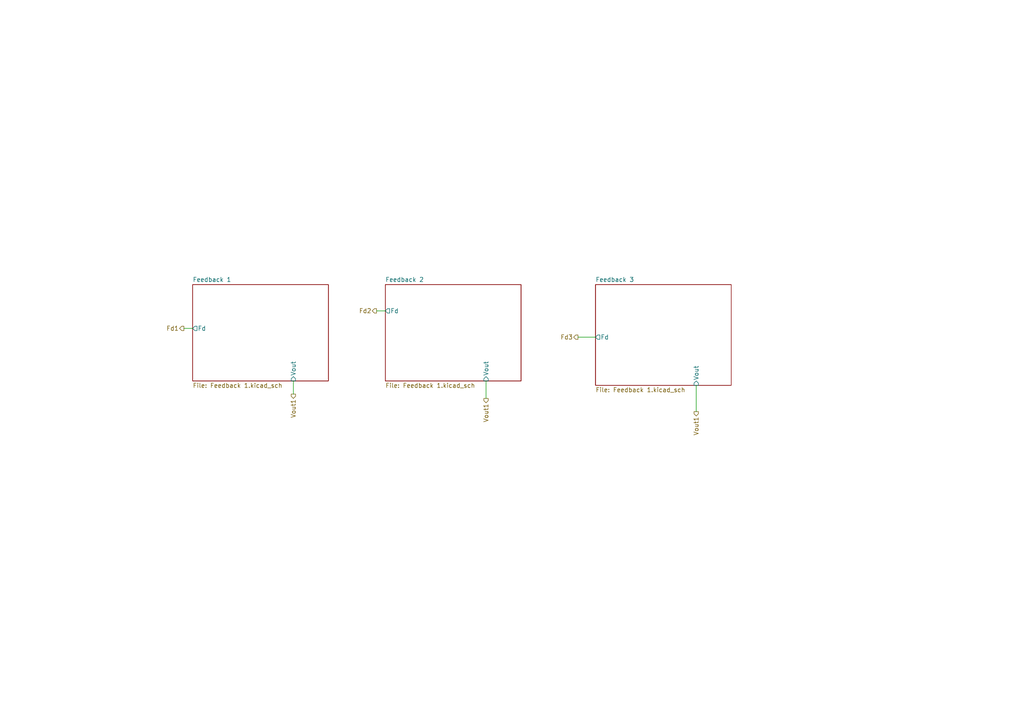
<source format=kicad_sch>
(kicad_sch
	(version 20250114)
	(generator "eeschema")
	(generator_version "9.0")
	(uuid "a28e5449-b263-4c02-9d33-0dc2fb9864b1")
	(paper "A4")
	(lib_symbols)
	(wire
		(pts
			(xy 109.22 90.17) (xy 111.76 90.17)
		)
		(stroke
			(width 0)
			(type default)
		)
		(uuid "263b9bb4-72de-44e0-8d1a-5bd337b35c92")
	)
	(wire
		(pts
			(xy 140.97 115.57) (xy 140.97 110.49)
		)
		(stroke
			(width 0)
			(type default)
		)
		(uuid "4b052985-99f5-457f-9411-cf5e8e0670fe")
	)
	(wire
		(pts
			(xy 53.34 95.25) (xy 55.88 95.25)
		)
		(stroke
			(width 0)
			(type default)
		)
		(uuid "53242f31-ab03-485c-a55c-23f45a0ffbd4")
	)
	(wire
		(pts
			(xy 85.09 114.3) (xy 85.09 110.49)
		)
		(stroke
			(width 0)
			(type default)
		)
		(uuid "566b492f-1032-4365-ad95-f7b5c6dd8cd0")
	)
	(wire
		(pts
			(xy 201.93 119.38) (xy 201.93 111.76)
		)
		(stroke
			(width 0)
			(type default)
		)
		(uuid "a72613c4-9560-4f10-a4ba-37f8b1e55efd")
	)
	(wire
		(pts
			(xy 167.64 97.79) (xy 172.72 97.79)
		)
		(stroke
			(width 0)
			(type default)
		)
		(uuid "c2c77eda-6f38-4178-b4bb-969b016b1309")
	)
	(hierarchical_label "Fd1"
		(shape output)
		(at 53.34 95.25 180)
		(effects
			(font
				(size 1.27 1.27)
			)
			(justify right)
		)
		(uuid "07cdf058-f360-4a89-877c-088e84652f86")
	)
	(hierarchical_label "Vout1"
		(shape output)
		(at 201.93 119.38 270)
		(effects
			(font
				(size 1.27 1.27)
			)
			(justify right)
		)
		(uuid "24e92b39-5e9f-4337-b3a8-6bcadf4fdea1")
	)
	(hierarchical_label "Fd3"
		(shape output)
		(at 167.64 97.79 180)
		(effects
			(font
				(size 1.27 1.27)
			)
			(justify right)
		)
		(uuid "5c2f9dd3-65a0-43d8-bcaa-d496a263380c")
	)
	(hierarchical_label "Fd2"
		(shape output)
		(at 109.22 90.17 180)
		(effects
			(font
				(size 1.27 1.27)
			)
			(justify right)
		)
		(uuid "80278464-6ef7-4c2d-94e8-0c5b4bf7d9c0")
	)
	(hierarchical_label "Vout1"
		(shape output)
		(at 140.97 115.57 270)
		(effects
			(font
				(size 1.27 1.27)
			)
			(justify right)
		)
		(uuid "94497420-74e6-4d50-a8f5-7d1d335b9e4a")
	)
	(hierarchical_label "Vout1"
		(shape output)
		(at 85.09 114.3 270)
		(effects
			(font
				(size 1.27 1.27)
			)
			(justify right)
		)
		(uuid "b1eba1c7-acd6-430a-bec2-4f7d68a40197")
	)
	(sheet
		(at 111.76 82.55)
		(size 39.37 27.94)
		(exclude_from_sim no)
		(in_bom yes)
		(on_board yes)
		(dnp no)
		(fields_autoplaced yes)
		(stroke
			(width 0.1524)
			(type solid)
		)
		(fill
			(color 0 0 0 0.0000)
		)
		(uuid "5f772e2d-74a6-4d1a-bb3e-e78ba2cd9542")
		(property "Sheetname" "Feedback 2"
			(at 111.76 81.8384 0)
			(effects
				(font
					(size 1.27 1.27)
				)
				(justify left bottom)
			)
		)
		(property "Sheetfile" "Feedback 1.kicad_sch"
			(at 111.76 111.0746 0)
			(effects
				(font
					(size 1.27 1.27)
				)
				(justify left top)
			)
		)
		(pin "Fd" output
			(at 111.76 90.17 180)
			(uuid "c7cb633f-f92c-4fe5-8147-63489df6c3ba")
			(effects
				(font
					(size 1.27 1.27)
				)
				(justify left)
			)
		)
		(pin "Vout" input
			(at 140.97 110.49 270)
			(uuid "ed9a9acb-6bb2-4f9c-ad87-d2517479275b")
			(effects
				(font
					(size 1.27 1.27)
				)
				(justify left)
			)
		)
		(instances
			(project "ampli jfe150 searchcoil"
				(path "/58dfe8f7-c08c-4b56-a3ea-b9cba32d76e9/22c81d20-635b-4ffa-afed-50aadf48a7c6"
					(page "7")
				)
			)
		)
	)
	(sheet
		(at 55.88 82.55)
		(size 39.37 27.94)
		(exclude_from_sim no)
		(in_bom yes)
		(on_board yes)
		(dnp no)
		(fields_autoplaced yes)
		(stroke
			(width 0.1524)
			(type solid)
		)
		(fill
			(color 0 0 0 0.0000)
		)
		(uuid "70087a26-1fc8-4f71-8ed2-d9f02039047d")
		(property "Sheetname" "Feedback 1"
			(at 55.88 81.8384 0)
			(effects
				(font
					(size 1.27 1.27)
				)
				(justify left bottom)
			)
		)
		(property "Sheetfile" "Feedback 1.kicad_sch"
			(at 55.88 111.0746 0)
			(effects
				(font
					(size 1.27 1.27)
				)
				(justify left top)
			)
		)
		(pin "Fd" output
			(at 55.88 95.25 180)
			(uuid "0836a447-38c7-44fe-ac09-d329ef8cc012")
			(effects
				(font
					(size 1.27 1.27)
				)
				(justify left)
			)
		)
		(pin "Vout" input
			(at 85.09 110.49 270)
			(uuid "a97eeaba-9e6b-415b-9a87-a5e8eaddc847")
			(effects
				(font
					(size 1.27 1.27)
				)
				(justify left)
			)
		)
		(instances
			(project "ampli jfe150 searchcoil"
				(path "/58dfe8f7-c08c-4b56-a3ea-b9cba32d76e9/22c81d20-635b-4ffa-afed-50aadf48a7c6"
					(page "5")
				)
			)
		)
	)
	(sheet
		(at 172.72 82.55)
		(size 39.37 29.21)
		(exclude_from_sim no)
		(in_bom yes)
		(on_board yes)
		(dnp no)
		(fields_autoplaced yes)
		(stroke
			(width 0.1524)
			(type solid)
		)
		(fill
			(color 0 0 0 0.0000)
		)
		(uuid "79f22b5a-e9b6-4d23-a7df-ca631f3b2da2")
		(property "Sheetname" "Feedback 3"
			(at 172.72 81.8384 0)
			(effects
				(font
					(size 1.27 1.27)
				)
				(justify left bottom)
			)
		)
		(property "Sheetfile" "Feedback 1.kicad_sch"
			(at 172.72 112.3446 0)
			(effects
				(font
					(size 1.27 1.27)
				)
				(justify left top)
			)
		)
		(pin "Fd" output
			(at 172.72 97.79 180)
			(uuid "93f7caed-c3d0-4b34-a0b2-b21e081550be")
			(effects
				(font
					(size 1.27 1.27)
				)
				(justify left)
			)
		)
		(pin "Vout" input
			(at 201.93 111.76 270)
			(uuid "af9b9f66-4a29-43b1-8edf-4ddd7c298c7a")
			(effects
				(font
					(size 1.27 1.27)
				)
				(justify left)
			)
		)
		(instances
			(project "ampli jfe150 searchcoil"
				(path "/58dfe8f7-c08c-4b56-a3ea-b9cba32d76e9/22c81d20-635b-4ffa-afed-50aadf48a7c6"
					(page "6")
				)
			)
		)
	)
)

</source>
